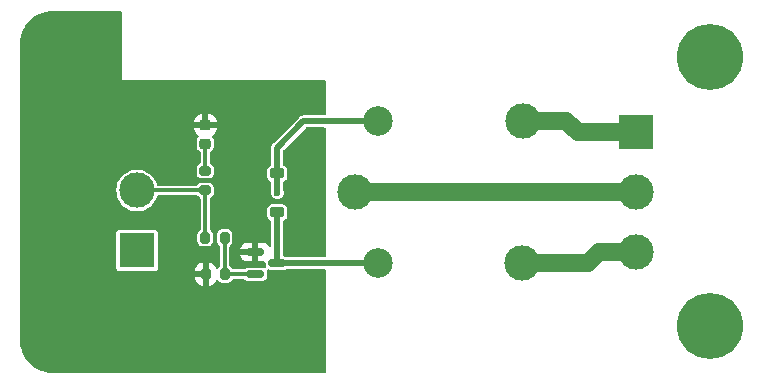
<source format=gbr>
%TF.GenerationSoftware,KiCad,Pcbnew,7.0.10*%
%TF.CreationDate,2025-11-30T12:43:51-05:00*%
%TF.ProjectId,Relay_Helo,52656c61-795f-4486-956c-6f2e6b696361,rev?*%
%TF.SameCoordinates,Original*%
%TF.FileFunction,Copper,L1,Top*%
%TF.FilePolarity,Positive*%
%FSLAX46Y46*%
G04 Gerber Fmt 4.6, Leading zero omitted, Abs format (unit mm)*
G04 Created by KiCad (PCBNEW 7.0.10) date 2025-11-30 12:43:51*
%MOMM*%
%LPD*%
G01*
G04 APERTURE LIST*
G04 Aperture macros list*
%AMRoundRect*
0 Rectangle with rounded corners*
0 $1 Rounding radius*
0 $2 $3 $4 $5 $6 $7 $8 $9 X,Y pos of 4 corners*
0 Add a 4 corners polygon primitive as box body*
4,1,4,$2,$3,$4,$5,$6,$7,$8,$9,$2,$3,0*
0 Add four circle primitives for the rounded corners*
1,1,$1+$1,$2,$3*
1,1,$1+$1,$4,$5*
1,1,$1+$1,$6,$7*
1,1,$1+$1,$8,$9*
0 Add four rect primitives between the rounded corners*
20,1,$1+$1,$2,$3,$4,$5,0*
20,1,$1+$1,$4,$5,$6,$7,0*
20,1,$1+$1,$6,$7,$8,$9,0*
20,1,$1+$1,$8,$9,$2,$3,0*%
G04 Aperture macros list end*
%TA.AperFunction,SMDPad,CuDef*%
%ADD10RoundRect,0.218750X-0.256250X0.218750X-0.256250X-0.218750X0.256250X-0.218750X0.256250X0.218750X0*%
%TD*%
%TA.AperFunction,ComponentPad*%
%ADD11R,3.000000X3.000000*%
%TD*%
%TA.AperFunction,ComponentPad*%
%ADD12C,3.000000*%
%TD*%
%TA.AperFunction,SMDPad,CuDef*%
%ADD13RoundRect,0.200000X-0.275000X0.200000X-0.275000X-0.200000X0.275000X-0.200000X0.275000X0.200000X0*%
%TD*%
%TA.AperFunction,SMDPad,CuDef*%
%ADD14RoundRect,0.150000X-0.587500X-0.150000X0.587500X-0.150000X0.587500X0.150000X-0.587500X0.150000X0*%
%TD*%
%TA.AperFunction,SMDPad,CuDef*%
%ADD15RoundRect,0.200000X-0.200000X-0.275000X0.200000X-0.275000X0.200000X0.275000X-0.200000X0.275000X0*%
%TD*%
%TA.AperFunction,ComponentPad*%
%ADD16C,5.600000*%
%TD*%
%TA.AperFunction,ComponentPad*%
%ADD17C,2.500000*%
%TD*%
%TA.AperFunction,SMDPad,CuDef*%
%ADD18RoundRect,0.225000X-0.375000X0.225000X-0.375000X-0.225000X0.375000X-0.225000X0.375000X0.225000X0*%
%TD*%
%TA.AperFunction,ViaPad*%
%ADD19C,0.600000*%
%TD*%
%TA.AperFunction,Conductor*%
%ADD20C,0.500000*%
%TD*%
%TA.AperFunction,Conductor*%
%ADD21C,0.300000*%
%TD*%
%TA.AperFunction,Conductor*%
%ADD22C,1.500000*%
%TD*%
G04 APERTURE END LIST*
D10*
%TO.P,D2,1,K*%
%TO.N,GND*%
X129620000Y-69875000D03*
%TO.P,D2,2,A*%
%TO.N,Net-(D2-A)*%
X129620000Y-71450000D03*
%TD*%
D11*
%TO.P,J1,1,Pin_1*%
%TO.N,+5V*%
X123840000Y-80490000D03*
D12*
%TO.P,J1,2,Pin_2*%
%TO.N,/CONTROL*%
X123840000Y-75410000D03*
%TO.P,J1,3,Pin_3*%
%TO.N,GND*%
X123840000Y-70330000D03*
%TD*%
D13*
%TO.P,R3,1*%
%TO.N,Net-(D2-A)*%
X129620000Y-73737500D03*
%TO.P,R3,2*%
%TO.N,/CONTROL*%
X129620000Y-75387500D03*
%TD*%
D14*
%TO.P,Q1,1,E*%
%TO.N,GND*%
X133830000Y-80620000D03*
%TO.P,Q1,2,B*%
%TO.N,Net-(Q1-B)*%
X133830000Y-82520000D03*
%TO.P,Q1,3,C*%
%TO.N,Net-(D1-A)*%
X135705000Y-81570000D03*
%TD*%
D15*
%TO.P,R2,1*%
%TO.N,GND*%
X129655000Y-82490000D03*
%TO.P,R2,2*%
%TO.N,Net-(Q1-B)*%
X131305000Y-82490000D03*
%TD*%
D16*
%TO.P,REF\u002A\u002A,1*%
%TO.N,N/C*%
X172380000Y-64100000D03*
%TD*%
%TO.P,REF\u002A\u002A,1*%
%TO.N,GND*%
X118000000Y-64100000D03*
%TD*%
D11*
%TO.P,J2,1,Pin_1*%
%TO.N,/NC*%
X166090000Y-70490000D03*
D12*
%TO.P,J2,2,Pin_2*%
%TO.N,/COM*%
X166090000Y-75570000D03*
%TO.P,J2,3,Pin_3*%
%TO.N,/NO*%
X166090000Y-80650000D03*
%TD*%
D16*
%TO.P,REF\u002A\u002A,1*%
%TO.N,GND*%
X118000000Y-87000000D03*
%TD*%
%TO.P,REF\u002A\u002A,1*%
%TO.N,N/C*%
X172380000Y-86860000D03*
%TD*%
D15*
%TO.P,R1,1*%
%TO.N,/CONTROL*%
X129605000Y-79410000D03*
%TO.P,R1,2*%
%TO.N,Net-(Q1-B)*%
X131255000Y-79410000D03*
%TD*%
D12*
%TO.P,K2,1*%
%TO.N,/COM*%
X142310000Y-75510000D03*
D17*
%TO.P,K2,2*%
%TO.N,Net-(D1-A)*%
X144260000Y-81560000D03*
D12*
%TO.P,K2,3*%
%TO.N,/NO*%
X156460000Y-81560000D03*
%TO.P,K2,4*%
%TO.N,/NC*%
X156510000Y-69510000D03*
D17*
%TO.P,K2,5*%
%TO.N,+5V*%
X144260000Y-69560000D03*
%TD*%
D18*
%TO.P,D1,1,K*%
%TO.N,+5V*%
X135710000Y-73960000D03*
%TO.P,D1,2,A*%
%TO.N,Net-(D1-A)*%
X135710000Y-77260000D03*
%TD*%
D19*
%TO.N,+5V*%
X135710000Y-75600000D03*
%TD*%
D20*
%TO.N,+5V*%
X144260000Y-69560000D02*
X137930000Y-69560000D01*
X135710000Y-71780000D02*
X135710000Y-73960000D01*
X137930000Y-69560000D02*
X135710000Y-71780000D01*
X135710000Y-73960000D02*
X135710000Y-75600000D01*
%TO.N,Net-(D1-A)*%
X135710000Y-77260000D02*
X135710000Y-81565000D01*
D21*
X135710000Y-81565000D02*
X135705000Y-81570000D01*
X144250000Y-81570000D02*
X144260000Y-81560000D01*
D20*
X135705000Y-81570000D02*
X144250000Y-81570000D01*
D21*
%TO.N,Net-(D2-A)*%
X129620000Y-73737500D02*
X129620000Y-71450000D01*
%TO.N,/CONTROL*%
X129597500Y-75410000D02*
X129620000Y-75387500D01*
X129620000Y-75387500D02*
X129620000Y-79395000D01*
X129620000Y-79395000D02*
X129605000Y-79410000D01*
X123840000Y-75410000D02*
X129597500Y-75410000D01*
D22*
%TO.N,/NO*%
X162950000Y-80650000D02*
X162040000Y-81560000D01*
X162040000Y-81560000D02*
X156460000Y-81560000D01*
X166090000Y-80650000D02*
X162950000Y-80650000D01*
%TO.N,/NC*%
X161140000Y-70490000D02*
X160160000Y-69510000D01*
X166090000Y-70490000D02*
X161140000Y-70490000D01*
X160160000Y-69510000D02*
X156510000Y-69510000D01*
%TO.N,/COM*%
X142370000Y-75570000D02*
X142310000Y-75510000D01*
X166090000Y-75570000D02*
X142370000Y-75570000D01*
D21*
%TO.N,Net-(Q1-B)*%
X133800000Y-82490000D02*
X133830000Y-82520000D01*
X131305000Y-82490000D02*
X133800000Y-82490000D01*
X131255000Y-79410000D02*
X131255000Y-82440000D01*
X131255000Y-82440000D02*
X131305000Y-82490000D01*
%TD*%
%TA.AperFunction,Conductor*%
%TO.N,GND*%
G36*
X122504879Y-60230185D02*
G01*
X122550634Y-60282989D01*
X122561840Y-60334322D01*
X122570000Y-66030000D01*
X139698149Y-66030000D01*
X139765188Y-66049685D01*
X139810943Y-66102489D01*
X139822149Y-66153963D01*
X139822990Y-68935463D01*
X139803326Y-69002508D01*
X139750536Y-69048279D01*
X139698990Y-69059500D01*
X137997143Y-69059500D01*
X137970785Y-69056666D01*
X137966074Y-69055641D01*
X137966070Y-69055641D01*
X137916539Y-69059184D01*
X137907692Y-69059500D01*
X137894200Y-69059500D01*
X137888063Y-69060382D01*
X137880840Y-69061420D01*
X137872054Y-69062365D01*
X137822516Y-69065909D01*
X137822513Y-69065910D01*
X137817986Y-69067598D01*
X137792327Y-69074146D01*
X137787550Y-69074833D01*
X137787543Y-69074835D01*
X137742365Y-69095466D01*
X137734191Y-69098851D01*
X137687675Y-69116200D01*
X137687664Y-69116206D01*
X137683799Y-69119100D01*
X137661020Y-69132615D01*
X137656636Y-69134617D01*
X137656625Y-69134624D01*
X137619108Y-69167132D01*
X137612226Y-69172678D01*
X137601403Y-69180780D01*
X137591854Y-69190329D01*
X137585384Y-69196353D01*
X137547861Y-69228867D01*
X137547854Y-69228876D01*
X137545243Y-69232938D01*
X137528616Y-69253568D01*
X135403568Y-71378616D01*
X135382938Y-71395243D01*
X135378876Y-71397854D01*
X135378867Y-71397861D01*
X135346353Y-71435384D01*
X135340329Y-71441854D01*
X135330780Y-71451403D01*
X135322678Y-71462226D01*
X135317132Y-71469108D01*
X135284624Y-71506625D01*
X135284617Y-71506636D01*
X135282615Y-71511020D01*
X135269100Y-71533799D01*
X135266206Y-71537664D01*
X135266200Y-71537675D01*
X135248851Y-71584191D01*
X135245466Y-71592365D01*
X135224835Y-71637543D01*
X135224833Y-71637550D01*
X135224146Y-71642327D01*
X135217598Y-71667986D01*
X135215910Y-71672513D01*
X135215909Y-71672516D01*
X135212365Y-71722054D01*
X135211420Y-71730845D01*
X135209500Y-71744200D01*
X135209500Y-71757690D01*
X135209184Y-71766537D01*
X135205641Y-71816069D01*
X135205641Y-71816073D01*
X135206666Y-71820785D01*
X135209500Y-71847143D01*
X135209500Y-73188216D01*
X135189815Y-73255255D01*
X135137011Y-73301010D01*
X135128835Y-73304397D01*
X135104776Y-73313370D01*
X135104773Y-73313372D01*
X134995313Y-73395313D01*
X134913373Y-73504771D01*
X134865587Y-73632889D01*
X134859500Y-73689498D01*
X134859500Y-74230481D01*
X134859501Y-74230490D01*
X134865587Y-74287114D01*
X134903217Y-74388000D01*
X134913372Y-74415226D01*
X134995313Y-74524687D01*
X135104774Y-74606628D01*
X135128836Y-74615602D01*
X135184767Y-74657473D01*
X135209184Y-74722937D01*
X135209500Y-74731783D01*
X135209500Y-75345124D01*
X135200062Y-75392572D01*
X135180453Y-75439912D01*
X135173669Y-75456293D01*
X135154750Y-75599999D01*
X135154750Y-75600000D01*
X135164180Y-75671630D01*
X135173670Y-75743708D01*
X135173671Y-75743712D01*
X135229137Y-75877622D01*
X135229138Y-75877624D01*
X135229139Y-75877625D01*
X135317379Y-75992621D01*
X135432375Y-76080861D01*
X135566291Y-76136330D01*
X135693280Y-76153048D01*
X135709999Y-76155250D01*
X135710000Y-76155250D01*
X135710001Y-76155250D01*
X135724977Y-76153278D01*
X135853709Y-76136330D01*
X135987625Y-76080861D01*
X136102621Y-75992621D01*
X136190861Y-75877625D01*
X136246330Y-75743709D01*
X136265250Y-75600000D01*
X136246330Y-75456291D01*
X136219937Y-75392572D01*
X136210500Y-75345124D01*
X136210500Y-74731783D01*
X136230185Y-74664744D01*
X136282989Y-74618989D01*
X136291142Y-74615610D01*
X136315226Y-74606628D01*
X136424687Y-74524687D01*
X136506628Y-74415226D01*
X136554412Y-74287114D01*
X136557365Y-74259649D01*
X136560499Y-74230501D01*
X136560499Y-74230490D01*
X136560500Y-74230485D01*
X136560499Y-73689516D01*
X136554412Y-73632886D01*
X136506628Y-73504774D01*
X136424687Y-73395313D01*
X136315226Y-73313372D01*
X136315223Y-73313370D01*
X136291165Y-73304397D01*
X136235232Y-73262525D01*
X136210816Y-73197060D01*
X136210500Y-73188216D01*
X136210500Y-72038676D01*
X136230185Y-71971637D01*
X136246819Y-71950995D01*
X138100995Y-70096819D01*
X138162318Y-70063334D01*
X138188676Y-70060500D01*
X139699367Y-70060500D01*
X139766406Y-70080185D01*
X139812161Y-70132989D01*
X139823367Y-70184463D01*
X139824313Y-73313370D01*
X139826619Y-80945467D01*
X139806957Y-81012508D01*
X139754167Y-81058279D01*
X139702621Y-81069500D01*
X136516552Y-81069500D01*
X136460258Y-81055985D01*
X136417801Y-81034352D01*
X136319207Y-81018737D01*
X136319401Y-81017511D01*
X136259484Y-80994676D01*
X136218013Y-80938446D01*
X136210500Y-80895941D01*
X136210500Y-78031783D01*
X136230185Y-77964744D01*
X136282989Y-77918989D01*
X136291142Y-77915610D01*
X136315226Y-77906628D01*
X136424687Y-77824687D01*
X136506628Y-77715226D01*
X136554412Y-77587114D01*
X136556687Y-77565944D01*
X136560499Y-77530501D01*
X136560499Y-77530490D01*
X136560500Y-77530485D01*
X136560499Y-76989516D01*
X136554412Y-76932886D01*
X136506628Y-76804774D01*
X136424687Y-76695313D01*
X136358911Y-76646074D01*
X136315228Y-76613373D01*
X136315226Y-76613372D01*
X136187114Y-76565588D01*
X136187112Y-76565587D01*
X136187110Y-76565587D01*
X136130493Y-76559500D01*
X135289518Y-76559500D01*
X135289509Y-76559501D01*
X135232885Y-76565587D01*
X135104773Y-76613372D01*
X134995313Y-76695313D01*
X134913373Y-76804771D01*
X134913372Y-76804774D01*
X134866580Y-76930228D01*
X134865587Y-76932889D01*
X134859500Y-76989498D01*
X134859500Y-77530481D01*
X134859501Y-77530490D01*
X134865587Y-77587114D01*
X134913372Y-77715226D01*
X134995313Y-77824687D01*
X135104774Y-77906628D01*
X135128836Y-77915602D01*
X135184767Y-77957473D01*
X135209184Y-78022937D01*
X135209500Y-78031783D01*
X135209500Y-80079021D01*
X135189815Y-80146060D01*
X135137011Y-80191815D01*
X135067853Y-80201759D01*
X135004297Y-80172734D01*
X134978768Y-80142142D01*
X134935185Y-80068447D01*
X134935178Y-80068438D01*
X134819061Y-79952321D01*
X134819052Y-79952314D01*
X134677696Y-79868717D01*
X134677693Y-79868716D01*
X134519995Y-79822900D01*
X134519989Y-79822899D01*
X134483149Y-79820000D01*
X134080000Y-79820000D01*
X134080000Y-81420000D01*
X134483134Y-81420000D01*
X134483149Y-81419999D01*
X134519989Y-81417100D01*
X134519995Y-81417099D01*
X134558405Y-81405940D01*
X134628274Y-81406139D01*
X134686944Y-81444081D01*
X134715788Y-81507719D01*
X134717000Y-81525015D01*
X134717000Y-81751517D01*
X134721520Y-81780053D01*
X134731009Y-81839970D01*
X134733381Y-81854943D01*
X134731357Y-81855263D01*
X134732990Y-81912516D01*
X134696907Y-81972347D01*
X134634204Y-82003171D01*
X134564790Y-81995203D01*
X134556780Y-81991475D01*
X134542804Y-81984354D01*
X134542803Y-81984353D01*
X134542800Y-81984352D01*
X134542801Y-81984352D01*
X134449024Y-81969500D01*
X133210982Y-81969500D01*
X133130019Y-81982323D01*
X133117196Y-81984354D01*
X133004158Y-82041950D01*
X133004157Y-82041951D01*
X133004152Y-82041954D01*
X132992926Y-82053181D01*
X132931603Y-82086666D01*
X132905245Y-82089500D01*
X132026352Y-82089500D01*
X131959313Y-82069815D01*
X131913558Y-82017011D01*
X131909310Y-82006452D01*
X131907794Y-82002121D01*
X131907793Y-82002118D01*
X131902818Y-81995377D01*
X131827150Y-81892850D01*
X131717882Y-81812207D01*
X131717881Y-81812206D01*
X131710405Y-81806689D01*
X131711862Y-81804714D01*
X131671485Y-81765420D01*
X131655500Y-81704520D01*
X131655500Y-80870001D01*
X132595204Y-80870001D01*
X132595399Y-80872486D01*
X132641218Y-81030198D01*
X132724814Y-81171552D01*
X132724821Y-81171561D01*
X132840938Y-81287678D01*
X132840947Y-81287685D01*
X132982303Y-81371282D01*
X132982306Y-81371283D01*
X133140004Y-81417099D01*
X133140010Y-81417100D01*
X133176850Y-81419999D01*
X133176866Y-81420000D01*
X133580000Y-81420000D01*
X133580000Y-80870000D01*
X132595205Y-80870000D01*
X132595204Y-80870001D01*
X131655500Y-80870001D01*
X131655500Y-80369998D01*
X132595204Y-80369998D01*
X132595205Y-80370000D01*
X133580000Y-80370000D01*
X133580000Y-79820000D01*
X133176850Y-79820000D01*
X133140010Y-79822899D01*
X133140004Y-79822900D01*
X132982306Y-79868716D01*
X132982303Y-79868717D01*
X132840947Y-79952314D01*
X132840938Y-79952321D01*
X132724821Y-80068438D01*
X132724814Y-80068447D01*
X132641218Y-80209801D01*
X132595399Y-80367513D01*
X132595204Y-80369998D01*
X131655500Y-80369998D01*
X131655500Y-80159529D01*
X131675185Y-80092490D01*
X131705867Y-80059759D01*
X131712393Y-80054942D01*
X131777150Y-80007150D01*
X131857793Y-79897882D01*
X131885045Y-79820000D01*
X131902646Y-79769701D01*
X131902646Y-79769699D01*
X131905500Y-79739269D01*
X131905500Y-79080730D01*
X131902646Y-79050300D01*
X131902646Y-79050298D01*
X131857793Y-78922119D01*
X131857792Y-78922117D01*
X131777150Y-78812850D01*
X131667882Y-78732207D01*
X131667880Y-78732206D01*
X131539700Y-78687353D01*
X131509270Y-78684500D01*
X131509266Y-78684500D01*
X131000734Y-78684500D01*
X131000730Y-78684500D01*
X130970300Y-78687353D01*
X130970298Y-78687353D01*
X130842119Y-78732206D01*
X130842117Y-78732207D01*
X130732850Y-78812850D01*
X130652207Y-78922117D01*
X130652206Y-78922119D01*
X130607353Y-79050298D01*
X130607353Y-79050300D01*
X130604500Y-79080730D01*
X130604500Y-79739269D01*
X130607353Y-79769699D01*
X130607353Y-79769701D01*
X130652206Y-79897880D01*
X130652207Y-79897882D01*
X130732849Y-80007149D01*
X130732851Y-80007151D01*
X130804133Y-80059759D01*
X130846384Y-80115406D01*
X130854500Y-80159529D01*
X130854500Y-81777372D01*
X130834815Y-81844411D01*
X130804134Y-81877142D01*
X130782850Y-81892850D01*
X130720741Y-81977004D01*
X130665093Y-82019255D01*
X130595437Y-82024712D01*
X130533887Y-81991645D01*
X130502585Y-81940258D01*
X130498018Y-81925602D01*
X130410072Y-81780122D01*
X130289877Y-81659927D01*
X130144395Y-81571980D01*
X130144396Y-81571980D01*
X129982105Y-81521409D01*
X129982106Y-81521409D01*
X129911572Y-81515000D01*
X129905000Y-81515000D01*
X129905000Y-83464999D01*
X129911581Y-83464999D01*
X129982102Y-83458591D01*
X129982107Y-83458590D01*
X130144396Y-83408018D01*
X130289877Y-83320072D01*
X130410072Y-83199877D01*
X130498018Y-83054396D01*
X130502585Y-83039742D01*
X130541321Y-82981593D01*
X130605345Y-82953618D01*
X130674331Y-82964697D01*
X130720741Y-83002995D01*
X130782850Y-83087150D01*
X130892118Y-83167793D01*
X130934845Y-83182744D01*
X131020299Y-83212646D01*
X131050730Y-83215500D01*
X131050734Y-83215500D01*
X131559270Y-83215500D01*
X131589699Y-83212646D01*
X131589701Y-83212646D01*
X131653790Y-83190219D01*
X131717882Y-83167793D01*
X131827150Y-83087150D01*
X131907793Y-82977882D01*
X131909310Y-82973548D01*
X131950030Y-82916771D01*
X132014982Y-82891022D01*
X132026352Y-82890500D01*
X132845245Y-82890500D01*
X132912284Y-82910185D01*
X132932926Y-82926819D01*
X133004152Y-82998045D01*
X133004154Y-82998046D01*
X133004158Y-82998050D01*
X133114743Y-83054396D01*
X133117198Y-83055647D01*
X133210975Y-83070499D01*
X133210981Y-83070500D01*
X134449018Y-83070499D01*
X134542804Y-83055646D01*
X134655842Y-82998050D01*
X134745550Y-82908342D01*
X134803146Y-82795304D01*
X134803146Y-82795302D01*
X134803147Y-82795301D01*
X134817999Y-82701524D01*
X134818000Y-82701519D01*
X134817999Y-82338482D01*
X134803146Y-82244696D01*
X134803145Y-82244694D01*
X134801619Y-82235057D01*
X134803642Y-82234736D01*
X134802006Y-82177494D01*
X134838084Y-82117660D01*
X134900784Y-82086830D01*
X134970198Y-82094792D01*
X134978208Y-82098519D01*
X134992196Y-82105646D01*
X134992198Y-82105646D01*
X134992200Y-82105647D01*
X134992198Y-82105647D01*
X135085975Y-82120499D01*
X135085981Y-82120500D01*
X136324018Y-82120499D01*
X136417804Y-82105646D01*
X136460257Y-82084014D01*
X136516552Y-82070500D01*
X139702997Y-82070500D01*
X139770036Y-82090185D01*
X139815791Y-82142989D01*
X139826997Y-82194463D01*
X139827230Y-82964697D01*
X139829338Y-89940469D01*
X139829582Y-90745463D01*
X139809918Y-90812508D01*
X139757128Y-90858279D01*
X139705582Y-90869500D01*
X116723481Y-90869500D01*
X116716528Y-90869305D01*
X116413506Y-90852287D01*
X116399688Y-90850730D01*
X116103920Y-90800477D01*
X116090363Y-90797383D01*
X115802072Y-90714327D01*
X115788948Y-90709734D01*
X115511777Y-90594927D01*
X115499248Y-90588894D01*
X115236671Y-90443772D01*
X115224897Y-90436374D01*
X114980214Y-90262763D01*
X114969342Y-90254092D01*
X114745647Y-90054184D01*
X114735815Y-90044352D01*
X114535907Y-89820657D01*
X114527236Y-89809785D01*
X114353625Y-89565102D01*
X114346227Y-89553328D01*
X114201105Y-89290751D01*
X114195072Y-89278222D01*
X114080265Y-89001051D01*
X114075672Y-88987927D01*
X113992616Y-88699636D01*
X113989522Y-88686079D01*
X113970030Y-88571356D01*
X113939267Y-88390301D01*
X113937713Y-88376503D01*
X113920695Y-88073472D01*
X113920500Y-88066519D01*
X113920500Y-82740000D01*
X128755001Y-82740000D01*
X128755001Y-82821582D01*
X128761408Y-82892102D01*
X128761409Y-82892107D01*
X128811981Y-83054396D01*
X128899927Y-83199877D01*
X129020122Y-83320072D01*
X129165604Y-83408019D01*
X129165603Y-83408019D01*
X129327894Y-83458590D01*
X129327893Y-83458590D01*
X129398408Y-83464998D01*
X129398426Y-83464999D01*
X129404999Y-83464998D01*
X129405000Y-83464998D01*
X129405000Y-82740000D01*
X128755001Y-82740000D01*
X113920500Y-82740000D01*
X113920500Y-82014678D01*
X122089500Y-82014678D01*
X122104032Y-82087735D01*
X122104033Y-82087739D01*
X122115998Y-82105646D01*
X122159399Y-82170601D01*
X122195112Y-82194463D01*
X122242260Y-82225966D01*
X122242264Y-82225967D01*
X122315321Y-82240499D01*
X122315324Y-82240500D01*
X122315326Y-82240500D01*
X125364676Y-82240500D01*
X125364677Y-82240499D01*
X125367186Y-82240000D01*
X128755000Y-82240000D01*
X129405000Y-82240000D01*
X129405000Y-81515000D01*
X129404999Y-81514999D01*
X129398436Y-81515000D01*
X129398417Y-81515001D01*
X129327897Y-81521408D01*
X129327892Y-81521409D01*
X129165603Y-81571981D01*
X129020122Y-81659927D01*
X128899927Y-81780122D01*
X128811980Y-81925604D01*
X128761409Y-82087893D01*
X128755000Y-82158427D01*
X128755000Y-82240000D01*
X125367186Y-82240000D01*
X125437740Y-82225966D01*
X125520601Y-82170601D01*
X125575966Y-82087740D01*
X125590500Y-82014674D01*
X125590500Y-78965326D01*
X125590500Y-78965323D01*
X125590499Y-78965321D01*
X125575967Y-78892264D01*
X125575966Y-78892260D01*
X125520601Y-78809399D01*
X125437740Y-78754034D01*
X125437739Y-78754033D01*
X125437735Y-78754032D01*
X125364677Y-78739500D01*
X125364674Y-78739500D01*
X122315326Y-78739500D01*
X122315323Y-78739500D01*
X122242264Y-78754032D01*
X122242260Y-78754033D01*
X122159399Y-78809399D01*
X122104033Y-78892260D01*
X122104032Y-78892264D01*
X122089500Y-78965321D01*
X122089500Y-82014678D01*
X113920500Y-82014678D01*
X113920500Y-75410004D01*
X122084592Y-75410004D01*
X122104196Y-75671620D01*
X122104197Y-75671625D01*
X122162576Y-75927402D01*
X122162578Y-75927411D01*
X122162580Y-75927416D01*
X122258432Y-76171643D01*
X122389614Y-76398857D01*
X122517723Y-76559500D01*
X122553198Y-76603985D01*
X122734753Y-76772441D01*
X122745521Y-76782433D01*
X122962296Y-76930228D01*
X122962301Y-76930230D01*
X122962302Y-76930231D01*
X122962303Y-76930232D01*
X123085394Y-76989509D01*
X123198673Y-77044061D01*
X123198674Y-77044061D01*
X123198677Y-77044063D01*
X123449385Y-77121396D01*
X123708818Y-77160500D01*
X123971182Y-77160500D01*
X124230615Y-77121396D01*
X124481323Y-77044063D01*
X124668111Y-76954110D01*
X124717696Y-76930232D01*
X124717696Y-76930231D01*
X124717704Y-76930228D01*
X124934479Y-76782433D01*
X125126805Y-76603981D01*
X125290386Y-76398857D01*
X125421568Y-76171643D01*
X125517420Y-75927416D01*
X125522101Y-75906904D01*
X125556211Y-75845928D01*
X125617873Y-75813071D01*
X125642992Y-75810500D01*
X128887076Y-75810500D01*
X128954115Y-75830185D01*
X128986845Y-75860865D01*
X129022850Y-75909650D01*
X129132118Y-75990293D01*
X129132121Y-75990294D01*
X129136452Y-75991810D01*
X129193229Y-76032530D01*
X129218978Y-76097482D01*
X129219500Y-76108852D01*
X129219500Y-78649400D01*
X129199815Y-78716439D01*
X129169134Y-78749170D01*
X129082850Y-78812850D01*
X129002207Y-78922117D01*
X129002206Y-78922119D01*
X128957353Y-79050298D01*
X128957353Y-79050300D01*
X128954500Y-79080730D01*
X128954500Y-79739269D01*
X128957353Y-79769699D01*
X128957353Y-79769701D01*
X129002206Y-79897880D01*
X129002207Y-79897882D01*
X129082850Y-80007150D01*
X129192118Y-80087793D01*
X129234845Y-80102744D01*
X129320299Y-80132646D01*
X129350730Y-80135500D01*
X129350734Y-80135500D01*
X129859270Y-80135500D01*
X129889699Y-80132646D01*
X129889701Y-80132646D01*
X129953790Y-80110219D01*
X130017882Y-80087793D01*
X130127150Y-80007150D01*
X130207793Y-79897882D01*
X130235045Y-79820000D01*
X130252646Y-79769701D01*
X130252646Y-79769699D01*
X130255500Y-79739269D01*
X130255500Y-79080730D01*
X130252646Y-79050300D01*
X130252646Y-79050298D01*
X130207793Y-78922119D01*
X130207792Y-78922117D01*
X130127149Y-78812849D01*
X130070865Y-78771309D01*
X130028615Y-78715661D01*
X130020500Y-78671540D01*
X130020500Y-76108852D01*
X130040185Y-76041813D01*
X130092989Y-75996058D01*
X130103548Y-75991810D01*
X130105915Y-75990981D01*
X130107882Y-75990293D01*
X130217150Y-75909650D01*
X130297793Y-75800382D01*
X130320219Y-75736290D01*
X130342646Y-75672201D01*
X130342646Y-75672199D01*
X130345500Y-75641769D01*
X130345500Y-75133230D01*
X130342646Y-75102800D01*
X130342646Y-75102798D01*
X130307159Y-75001384D01*
X130297793Y-74974618D01*
X130217150Y-74865350D01*
X130107882Y-74784707D01*
X130107880Y-74784706D01*
X129979700Y-74739853D01*
X129949270Y-74737000D01*
X129949266Y-74737000D01*
X129290734Y-74737000D01*
X129290730Y-74737000D01*
X129260300Y-74739853D01*
X129260298Y-74739853D01*
X129132119Y-74784706D01*
X129132117Y-74784707D01*
X129022850Y-74865350D01*
X129002754Y-74892580D01*
X128953635Y-74959134D01*
X128897988Y-75001384D01*
X128853865Y-75009500D01*
X125642992Y-75009500D01*
X125575953Y-74989815D01*
X125530198Y-74937011D01*
X125522101Y-74913094D01*
X125517420Y-74892584D01*
X125421568Y-74648357D01*
X125290386Y-74421143D01*
X125126805Y-74216019D01*
X125126804Y-74216018D01*
X125126801Y-74216014D01*
X124934479Y-74037567D01*
X124911938Y-74022199D01*
X124717704Y-73889772D01*
X124717700Y-73889770D01*
X124717697Y-73889768D01*
X124717696Y-73889767D01*
X124481325Y-73775938D01*
X124481327Y-73775938D01*
X124230623Y-73698606D01*
X124230619Y-73698605D01*
X124230615Y-73698604D01*
X124105823Y-73679794D01*
X123971187Y-73659500D01*
X123971182Y-73659500D01*
X123708818Y-73659500D01*
X123708812Y-73659500D01*
X123547247Y-73683853D01*
X123449385Y-73698604D01*
X123449382Y-73698605D01*
X123449376Y-73698606D01*
X123198673Y-73775938D01*
X122962303Y-73889767D01*
X122962302Y-73889768D01*
X122745520Y-74037567D01*
X122553198Y-74216014D01*
X122389614Y-74421143D01*
X122258432Y-74648356D01*
X122162582Y-74892578D01*
X122162576Y-74892597D01*
X122104197Y-75148374D01*
X122104196Y-75148379D01*
X122084592Y-75409995D01*
X122084592Y-75410004D01*
X113920500Y-75410004D01*
X113920500Y-70125000D01*
X128645001Y-70125000D01*
X128645001Y-70141652D01*
X128655056Y-70240083D01*
X128707906Y-70399572D01*
X128707908Y-70399577D01*
X128796114Y-70542580D01*
X128914919Y-70661385D01*
X128997325Y-70712214D01*
X129044050Y-70764162D01*
X129055271Y-70833125D01*
X129031495Y-70892063D01*
X128947666Y-71004045D01*
X128947662Y-71004052D01*
X128900509Y-71130475D01*
X128894500Y-71186355D01*
X128894500Y-71713644D01*
X128900509Y-71769524D01*
X128947662Y-71895947D01*
X128947664Y-71895950D01*
X129028528Y-72003972D01*
X129136550Y-72084836D01*
X129138829Y-72085686D01*
X129140775Y-72087142D01*
X129144336Y-72089087D01*
X129144056Y-72089598D01*
X129194763Y-72127554D01*
X129219184Y-72193017D01*
X129219500Y-72201869D01*
X129219500Y-73016148D01*
X129199815Y-73083187D01*
X129147011Y-73128942D01*
X129136463Y-73133186D01*
X129134393Y-73133910D01*
X129132117Y-73134707D01*
X129022850Y-73215350D01*
X128942207Y-73324617D01*
X128942206Y-73324619D01*
X128897353Y-73452798D01*
X128897353Y-73452800D01*
X128894500Y-73483230D01*
X128894500Y-73991769D01*
X128897353Y-74022199D01*
X128897353Y-74022201D01*
X128942206Y-74150380D01*
X128942207Y-74150382D01*
X129022850Y-74259650D01*
X129132118Y-74340293D01*
X129174845Y-74355244D01*
X129260299Y-74385146D01*
X129290730Y-74388000D01*
X129290734Y-74388000D01*
X129949270Y-74388000D01*
X129979699Y-74385146D01*
X129979701Y-74385146D01*
X130043790Y-74362719D01*
X130107882Y-74340293D01*
X130217150Y-74259650D01*
X130297793Y-74150382D01*
X130337269Y-74037567D01*
X130342646Y-74022201D01*
X130342646Y-74022199D01*
X130345500Y-73991769D01*
X130345500Y-73483230D01*
X130342646Y-73452800D01*
X130342646Y-73452798D01*
X130297793Y-73324619D01*
X130297792Y-73324617D01*
X130289493Y-73313372D01*
X130217150Y-73215350D01*
X130107882Y-73134707D01*
X130103542Y-73133188D01*
X130046768Y-73092466D01*
X130021022Y-73027513D01*
X130020500Y-73016148D01*
X130020500Y-72201869D01*
X130040185Y-72134830D01*
X130092989Y-72089075D01*
X130101156Y-72085691D01*
X130103450Y-72084836D01*
X130211472Y-72003972D01*
X130292336Y-71895950D01*
X130339491Y-71769522D01*
X130344121Y-71726461D01*
X130345499Y-71713644D01*
X130345500Y-71713629D01*
X130345500Y-71186370D01*
X130345499Y-71186355D01*
X130342645Y-71159818D01*
X130339491Y-71130478D01*
X130292336Y-71004050D01*
X130211472Y-70896028D01*
X130211470Y-70896027D01*
X130208504Y-70892064D01*
X130184087Y-70826599D01*
X130198939Y-70758326D01*
X130242674Y-70712214D01*
X130325080Y-70661385D01*
X130443885Y-70542580D01*
X130532091Y-70399577D01*
X130532093Y-70399572D01*
X130584942Y-70240083D01*
X130594999Y-70141650D01*
X130595000Y-70141637D01*
X130595000Y-70125000D01*
X128645001Y-70125000D01*
X113920500Y-70125000D01*
X113920500Y-69625000D01*
X128645000Y-69625000D01*
X129370000Y-69625000D01*
X129370000Y-68937500D01*
X129870000Y-68937500D01*
X129870000Y-69625000D01*
X130594999Y-69625000D01*
X130594999Y-69608364D01*
X130594998Y-69608347D01*
X130584943Y-69509916D01*
X130532093Y-69350427D01*
X130532091Y-69350422D01*
X130443885Y-69207419D01*
X130325080Y-69088614D01*
X130182077Y-69000408D01*
X130182072Y-69000406D01*
X130022583Y-68947557D01*
X129924150Y-68937500D01*
X129870000Y-68937500D01*
X129370000Y-68937500D01*
X129369999Y-68937499D01*
X129315864Y-68937500D01*
X129315847Y-68937501D01*
X129217415Y-68947557D01*
X129057927Y-69000406D01*
X129057922Y-69000408D01*
X128914919Y-69088614D01*
X128796114Y-69207419D01*
X128707908Y-69350422D01*
X128707906Y-69350427D01*
X128655057Y-69509916D01*
X128645000Y-69608349D01*
X128645000Y-69625000D01*
X113920500Y-69625000D01*
X113920500Y-63013480D01*
X113920695Y-63006527D01*
X113921769Y-62987410D01*
X113937713Y-62703494D01*
X113939267Y-62689700D01*
X113989523Y-62393915D01*
X113992616Y-62380363D01*
X114050193Y-62180513D01*
X114075673Y-62092068D01*
X114080265Y-62078948D01*
X114170347Y-61861469D01*
X114195075Y-61801768D01*
X114201097Y-61789262D01*
X114346230Y-61526665D01*
X114353625Y-61514897D01*
X114527245Y-61270201D01*
X114535896Y-61259354D01*
X114735816Y-61035645D01*
X114745647Y-61025815D01*
X114969354Y-60825896D01*
X114980201Y-60817245D01*
X115224902Y-60643621D01*
X115236665Y-60636230D01*
X115499262Y-60491097D01*
X115511768Y-60485075D01*
X115788948Y-60370265D01*
X115802068Y-60365673D01*
X116090369Y-60282614D01*
X116103915Y-60279523D01*
X116399700Y-60229267D01*
X116413494Y-60227713D01*
X116716528Y-60210695D01*
X116723481Y-60210500D01*
X116759882Y-60210500D01*
X122437840Y-60210500D01*
X122504879Y-60230185D01*
G37*
%TD.AperFunction*%
%TD*%
M02*

</source>
